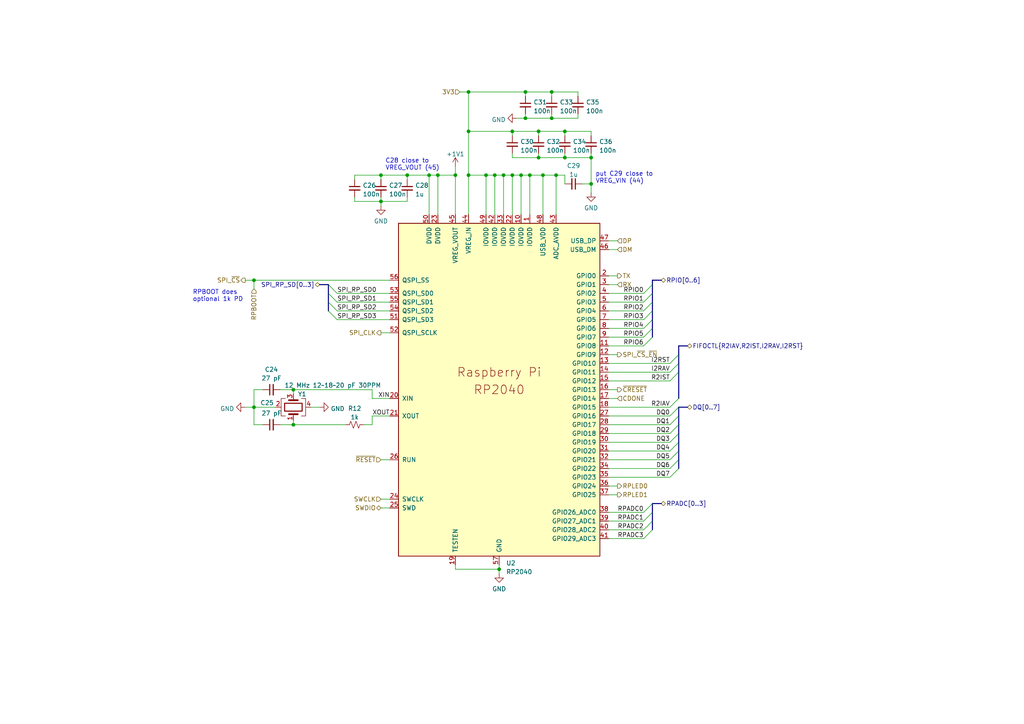
<source format=kicad_sch>
(kicad_sch (version 20211123) (generator eeschema)
  (paper "A4")
  (lib_symbols
    (symbol "Device:C_Small" (pin_numbers hide) (pin_names (offset 0.254) hide)
      (property "Reference" "C" (at 0.254 1.778 0))
      (property "Value" "C_Small" (at 0.254 -2.032 0))
      (symbol "C_Small_0_1"
        (polyline (pts (xy -1.524 -0.508) (xy 1.524 -0.508)) (stroke (width 0.3302)))
        (polyline (pts (xy -1.524 0.508) (xy 1.524 0.508)) (stroke (width 0.3048)))
      )
      (symbol "C_Small_1_1"
        (pin passive line (at 0 2.54 270) (length 2.032) (name "~") (number "1"))
        (pin passive line (at 0 -2.54 90) (length 2.032) (name "~") (number "2"))
      )
    )
    (symbol "Device:Crystal_GND24" (pin_names (offset 1.016) hide)
      (property "Reference" "Y" (at 3.175 5.08 0))
      (property "Value" "Crystal_GND24" (at 3.175 3.175 0))
      (symbol "Crystal_GND24_0_1"
        (rectangle (start -1.143 2.54) (end 1.143 -2.54) (stroke (width 0.3048)))
        (polyline (pts (xy -2.54 0) (xy -2.032 0)))
        (polyline (pts (xy -2.032 -1.27) (xy -2.032 1.27)) (stroke (width 0.508)))
        (polyline (pts (xy 0 -3.81) (xy 0 -3.556)))
        (polyline (pts (xy 0 3.556) (xy 0 3.81)))
        (polyline (pts (xy 2.032 -1.27) (xy 2.032 1.27)) (stroke (width 0.508)))
        (polyline (pts (xy 2.032 0) (xy 2.54 0)))
        (polyline (pts (xy -2.54 -2.286) (xy -2.54 -3.556) (xy 2.54 -3.556) (xy 2.54 -2.286)))
        (polyline (pts (xy -2.54 2.286) (xy -2.54 3.556) (xy 2.54 3.556) (xy 2.54 2.286)))
      )
      (symbol "Crystal_GND24_1_1"
        (pin passive line (at -3.81 0 0) (length 1.27) (name "1") (number "1"))
        (pin passive line (at 0 5.08 270) (length 1.27) (name "2") (number "2"))
        (pin passive line (at 3.81 0 180) (length 1.27) (name "3") (number "3"))
        (pin passive line (at 0 -5.08 90) (length 1.27) (name "4") (number "4"))
      )
    )
    (symbol "Device:R_Small_US" (pin_numbers hide) (pin_names (offset 0.254) hide)
      (property "Reference" "R" (at 0.762 0.508 0))
      (property "Value" "R_Small_US" (at 0.762 -1.016 0))
      (symbol "R_Small_US_1_1"
        (polyline (pts (xy 0 0) (xy 1.016 -0.381) (xy 0 -0.762) (xy -1.016 -1.143) (xy 0 -1.524)))
        (polyline (pts (xy 0 1.524) (xy 1.016 1.143) (xy 0 0.762) (xy -1.016 0.381) (xy 0 0)))
        (pin passive line (at 0 2.54 270) (length 1.016) (name "~") (number "1"))
        (pin passive line (at 0 -2.54 90) (length 1.016) (name "~") (number "2"))
      )
    )
    (symbol "MCU_RaspberryPi_and_Boards:RP2040" (pin_names (offset 1.016))
      (property "Reference" "U" (at -29.21 49.53 0))
      (property "Value" "RP2040" (at 24.13 -49.53 0))
      (symbol "RP2040_0_0"
        (text "Raspberry Pi" (at 0 5.08 0) (effects (font (size 2.54 2.54))))
        (text "RP2040" (at 0 0 0) (effects (font (size 2.54 2.54))))
      )
      (symbol "RP2040_0_1"
        (rectangle (start 29.21 48.26) (end -29.21 -48.26) (stroke (width 0.254)) (fill (type background)))
      )
      (symbol "RP2040_1_1"
        (pin power_in line (at 8.89 50.8 270) (length 2.54) (name "IOVDD") (number "1"))
        (pin power_in line (at 6.35 50.8 270) (length 2.54) (name "IOVDD") (number "10"))
        (pin bidirectional line (at 31.75 12.7 180) (length 2.54) (name "GPIO8") (number "11"))
        (pin bidirectional line (at 31.75 10.16 180) (length 2.54) (name "GPIO9") (number "12"))
        (pin bidirectional line (at 31.75 7.62 180) (length 2.54) (name "GPIO10") (number "13"))
        (pin bidirectional line (at 31.75 5.08 180) (length 2.54) (name "GPIO11") (number "14"))
        (pin bidirectional line (at 31.75 2.54 180) (length 2.54) (name "GPIO12") (number "15"))
        (pin bidirectional line (at 31.75 0 180) (length 2.54) (name "GPIO13") (number "16"))
        (pin bidirectional line (at 31.75 -2.54 180) (length 2.54) (name "GPIO14") (number "17"))
        (pin bidirectional line (at 31.75 -5.08 180) (length 2.54) (name "GPIO15") (number "18"))
        (pin passive line (at -12.7 -50.8 90) (length 2.54) (name "TESTEN") (number "19"))
        (pin bidirectional line (at 31.75 33.02 180) (length 2.54) (name "GPIO0") (number "2"))
        (pin input line (at -31.75 -2.54 0) (length 2.54) (name "XIN") (number "20"))
        (pin passive line (at -31.75 -7.62 0) (length 2.54) (name "XOUT") (number "21"))
        (pin power_in line (at 3.81 50.8 270) (length 2.54) (name "IOVDD") (number "22"))
        (pin power_in line (at -17.78 50.8 270) (length 2.54) (name "DVDD") (number "23"))
        (pin output line (at -31.75 -31.75 0) (length 2.54) (name "SWCLK") (number "24"))
        (pin bidirectional line (at -31.75 -34.29 0) (length 2.54) (name "SWD") (number "25"))
        (pin input line (at -31.75 -20.32 0) (length 2.54) (name "RUN") (number "26"))
        (pin bidirectional line (at 31.75 -7.62 180) (length 2.54) (name "GPIO16") (number "27"))
        (pin bidirectional line (at 31.75 -10.16 180) (length 2.54) (name "GPIO17") (number "28"))
        (pin bidirectional line (at 31.75 -12.7 180) (length 2.54) (name "GPIO18") (number "29"))
        (pin bidirectional line (at 31.75 30.48 180) (length 2.54) (name "GPIO1") (number "3"))
        (pin bidirectional line (at 31.75 -15.24 180) (length 2.54) (name "GPIO19") (number "30"))
        (pin bidirectional line (at 31.75 -17.78 180) (length 2.54) (name "GPIO20") (number "31"))
        (pin bidirectional line (at 31.75 -20.32 180) (length 2.54) (name "GPIO21") (number "32"))
        (pin power_in line (at 1.27 50.8 270) (length 2.54) (name "IOVDD") (number "33"))
        (pin bidirectional line (at 31.75 -22.86 180) (length 2.54) (name "GPIO22") (number "34"))
        (pin bidirectional line (at 31.75 -25.4 180) (length 2.54) (name "GPIO23") (number "35"))
        (pin bidirectional line (at 31.75 -27.94 180) (length 2.54) (name "GPIO24") (number "36"))
        (pin bidirectional line (at 31.75 -30.48 180) (length 2.54) (name "GPIO25") (number "37"))
        (pin bidirectional line (at 31.75 -35.56 180) (length 2.54) (name "GPIO26_ADC0") (number "38"))
        (pin bidirectional line (at 31.75 -38.1 180) (length 2.54) (name "GPIO27_ADC1") (number "39"))
        (pin bidirectional line (at 31.75 27.94 180) (length 2.54) (name "GPIO2") (number "4"))
        (pin bidirectional line (at 31.75 -40.64 180) (length 2.54) (name "GPIO28_ADC2") (number "40"))
        (pin bidirectional line (at 31.75 -43.18 180) (length 2.54) (name "GPIO29_ADC3") (number "41"))
        (pin power_in line (at -1.27 50.8 270) (length 2.54) (name "IOVDD") (number "42"))
        (pin power_in line (at 16.51 50.8 270) (length 2.54) (name "ADC_AVDD") (number "43"))
        (pin power_in line (at -8.89 50.8 270) (length 2.54) (name "VREG_IN") (number "44"))
        (pin power_out line (at -12.7 50.8 270) (length 2.54) (name "VREG_VOUT") (number "45"))
        (pin bidirectional line (at 31.75 40.64 180) (length 2.54) (name "USB_DM") (number "46"))
        (pin bidirectional line (at 31.75 43.18 180) (length 2.54) (name "USB_DP") (number "47"))
        (pin power_in line (at 12.7 50.8 270) (length 2.54) (name "USB_VDD") (number "48"))
        (pin power_in line (at -3.81 50.8 270) (length 2.54) (name "IOVDD") (number "49"))
        (pin bidirectional line (at 31.75 25.4 180) (length 2.54) (name "GPIO3") (number "5"))
        (pin power_in line (at -20.32 50.8 270) (length 2.54) (name "DVDD") (number "50"))
        (pin bidirectional line (at -31.75 20.32 0) (length 2.54) (name "QSPI_SD3") (number "51"))
        (pin output line (at -31.75 16.51 0) (length 2.54) (name "QSPI_SCLK") (number "52"))
        (pin bidirectional line (at -31.75 27.94 0) (length 2.54) (name "QSPI_SD0") (number "53"))
        (pin bidirectional line (at -31.75 22.86 0) (length 2.54) (name "QSPI_SD2") (number "54"))
        (pin bidirectional line (at -31.75 25.4 0) (length 2.54) (name "QSPI_SD1") (number "55"))
        (pin bidirectional line (at -31.75 31.75 0) (length 2.54) (name "QSPI_SS") (number "56"))
        (pin power_in line (at 0 -50.8 90) (length 2.54) (name "GND") (number "57"))
        (pin bidirectional line (at 31.75 22.86 180) (length 2.54) (name "GPIO4") (number "6"))
        (pin bidirectional line (at 31.75 20.32 180) (length 2.54) (name "GPIO5") (number "7"))
        (pin bidirectional line (at 31.75 17.78 180) (length 2.54) (name "GPIO6") (number "8"))
        (pin bidirectional line (at 31.75 15.24 180) (length 2.54) (name "GPIO7") (number "9"))
      )
    )
    (symbol "power:+1V1" (power) (pin_names (offset 0))
      (property "Value" "+1V1" (at 0 3.556 0))
      (symbol "+1V1_0_1"
        (polyline (pts (xy -0.762 1.27) (xy 0 2.54)))
        (polyline (pts (xy 0 0) (xy 0 2.54)))
        (polyline (pts (xy 0 2.54) (xy 0.762 1.27)))
      )
      (symbol "+1V1_1_1"
        (pin power_in line (at 0 0 90) (length 0) hide (name "+1V1") (number "1"))
      )
    )
    (symbol "power:GND" (power) (pin_names (offset 0))
      (property "Value" "GND" (at 0 -3.81 0))
      (symbol "GND_0_1"
        (polyline (pts (xy 0 0) (xy 0 -1.27) (xy 1.27 -1.27) (xy 0 -2.54) (xy -1.27 -1.27) (xy 0 -1.27)))
      )
      (symbol "GND_1_1"
        (pin power_in line (at 0 0 270) (length 0) hide (name "GND") (number "1"))
      )
    )
  )
  (junction (at 73.66 118.11))
  (junction (at 156.21 45.72))
  (junction (at 151.13 50.8))
  (junction (at 127 50.8))
  (junction (at 153.67 50.8))
  (junction (at 110.49 50.8))
  (junction (at 160.02 26.67))
  (junction (at 140.97 50.8))
  (junction (at 152.4 34.29))
  (junction (at 132.08 50.8))
  (junction (at 171.45 45.72))
  (junction (at 135.89 26.67))
  (junction (at 148.59 50.8))
  (junction (at 143.51 50.8))
  (junction (at 144.78 165.1))
  (junction (at 124.46 50.8))
  (junction (at 163.83 45.72))
  (junction (at 163.83 38.1))
  (junction (at 118.11 50.8))
  (junction (at 156.21 38.1))
  (junction (at 152.4 26.67))
  (junction (at 110.49 58.42))
  (junction (at 85.09 123.19))
  (junction (at 73.66 81.28))
  (junction (at 160.02 34.29))
  (junction (at 148.59 38.1))
  (junction (at 135.89 38.1))
  (junction (at 146.05 50.8))
  (junction (at 171.45 53.34))
  (junction (at 157.48 50.8))
  (junction (at 85.09 113.03))
  (junction (at 135.89 50.8))
  (junction (at 161.29 50.8))
  (bus_entry (at 186.69 148.59) (size 2.54 -2.54))
  (bus_entry (at 186.69 153.67) (size 2.54 -2.54))
  (bus_entry (at 186.69 97.79) (size 2.54 -2.54))
  (bus_entry (at 186.69 156.21) (size 2.54 -2.54))
  (bus_entry (at 194.31 118.11) (size 2.54 -2.54))
  (bus_entry (at 194.31 110.49) (size 2.54 -2.54))
  (bus_entry (at 194.31 107.95) (size 2.54 -2.54))
  (bus_entry (at 194.31 105.41) (size 2.54 -2.54))
  (bus_entry (at 186.69 85.09) (size 2.54 -2.54))
  (bus_entry (at 95.25 82.55) (size 2.54 2.54))
  (bus_entry (at 95.25 87.63) (size 2.54 2.54))
  (bus_entry (at 95.25 85.09) (size 2.54 2.54))
  (bus_entry (at 95.25 90.17) (size 2.54 2.54))
  (bus_entry (at 186.69 151.13) (size 2.54 -2.54))
  (bus_entry (at 186.69 87.63) (size 2.54 -2.54))
  (bus_entry (at 194.31 128.27) (size 2.54 -2.54))
  (bus_entry (at 194.31 125.73) (size 2.54 -2.54))
  (bus_entry (at 194.31 120.65) (size 2.54 -2.54))
  (bus_entry (at 194.31 123.19) (size 2.54 -2.54))
  (bus_entry (at 194.31 135.89) (size 2.54 -2.54))
  (bus_entry (at 194.31 138.43) (size 2.54 -2.54))
  (bus_entry (at 194.31 133.35) (size 2.54 -2.54))
  (bus_entry (at 194.31 130.81) (size 2.54 -2.54))
  (bus_entry (at 186.69 90.17) (size 2.54 -2.54))
  (bus_entry (at 186.69 95.25) (size 2.54 -2.54))
  (bus_entry (at 186.69 92.71) (size 2.54 -2.54))
  (bus_entry (at 186.69 100.33) (size 2.54 -2.54))
  (bus (pts (xy 189.23 97.79) (xy 189.23 95.25)))
  (wire (pts (xy 176.53 110.49) (xy 194.31 110.49)))
  (wire (pts (xy 176.53 100.33) (xy 186.69 100.33)))
  (wire (pts (xy 176.53 87.63) (xy 186.69 87.63)))
  (wire (pts (xy 97.79 90.17) (xy 113.03 90.17)))
  (bus (pts (xy 189.23 85.09) (xy 189.23 82.55)))
  (wire (pts (xy 76.2 113.03) (xy 73.66 113.03)))
  (wire (pts (xy 71.12 81.28) (xy 73.66 81.28)))
  (bus (pts (xy 196.85 128.27) (xy 196.85 125.73)))
  (wire (pts (xy 176.53 92.71) (xy 186.69 92.71)))
  (wire (pts (xy 144.78 163.83) (xy 144.78 165.1)))
  (wire (pts (xy 110.49 147.32) (xy 113.03 147.32)))
  (wire (pts (xy 176.53 80.01) (xy 179.07 80.01)))
  (wire (pts (xy 152.4 26.67) (xy 135.89 26.67)))
  (wire (pts (xy 163.83 50.8) (xy 161.29 50.8)))
  (wire (pts (xy 176.53 105.41) (xy 194.31 105.41)))
  (wire (pts (xy 118.11 52.07) (xy 118.11 50.8)))
  (wire (pts (xy 110.49 50.8) (xy 110.49 52.07)))
  (bus (pts (xy 189.23 87.63) (xy 189.23 85.09)))
  (wire (pts (xy 163.83 45.72) (xy 171.45 45.72)))
  (bus (pts (xy 189.23 95.25) (xy 189.23 92.71)))
  (wire (pts (xy 156.21 45.72) (xy 163.83 45.72)))
  (wire (pts (xy 110.49 133.35) (xy 113.03 133.35)))
  (wire (pts (xy 176.53 102.87) (xy 179.07 102.87)))
  (wire (pts (xy 110.49 57.15) (xy 110.49 58.42)))
  (bus (pts (xy 189.23 92.71) (xy 189.23 90.17)))
  (wire (pts (xy 110.49 58.42) (xy 118.11 58.42)))
  (wire (pts (xy 156.21 38.1) (xy 163.83 38.1)))
  (wire (pts (xy 143.51 50.8) (xy 143.51 62.23)))
  (wire (pts (xy 176.53 72.39) (xy 179.07 72.39)))
  (wire (pts (xy 132.08 165.1) (xy 144.78 165.1)))
  (wire (pts (xy 144.78 165.1) (xy 144.78 166.37)))
  (wire (pts (xy 90.17 118.11) (xy 92.71 118.11)))
  (bus (pts (xy 189.23 81.28) (xy 189.23 82.55)))
  (wire (pts (xy 152.4 33.02) (xy 152.4 34.29)))
  (wire (pts (xy 176.53 143.51) (xy 179.07 143.51)))
  (wire (pts (xy 97.79 92.71) (xy 113.03 92.71)))
  (wire (pts (xy 110.49 96.52) (xy 113.03 96.52)))
  (wire (pts (xy 140.97 50.8) (xy 140.97 62.23)))
  (bus (pts (xy 196.85 125.73) (xy 196.85 123.19)))
  (wire (pts (xy 127 50.8) (xy 132.08 50.8)))
  (wire (pts (xy 176.53 130.81) (xy 194.31 130.81)))
  (bus (pts (xy 196.85 120.65) (xy 196.85 118.11)))
  (wire (pts (xy 135.89 38.1) (xy 135.89 50.8)))
  (wire (pts (xy 85.09 123.19) (xy 100.33 123.19)))
  (wire (pts (xy 163.83 53.34) (xy 163.83 50.8)))
  (wire (pts (xy 176.53 140.97) (xy 179.07 140.97)))
  (wire (pts (xy 171.45 38.1) (xy 171.45 39.37)))
  (wire (pts (xy 102.87 50.8) (xy 110.49 50.8)))
  (bus (pts (xy 196.85 102.87) (xy 196.85 105.41)))
  (wire (pts (xy 160.02 34.29) (xy 167.64 34.29)))
  (bus (pts (xy 189.23 146.05) (xy 191.77 146.05)))
  (bus (pts (xy 95.25 85.09) (xy 95.25 82.55)))
  (wire (pts (xy 107.95 120.65) (xy 113.03 120.65)))
  (bus (pts (xy 196.85 118.11) (xy 199.39 118.11)))
  (wire (pts (xy 168.91 53.34) (xy 171.45 53.34)))
  (wire (pts (xy 176.53 90.17) (xy 186.69 90.17)))
  (bus (pts (xy 189.23 148.59) (xy 189.23 151.13)))
  (wire (pts (xy 163.83 44.45) (xy 163.83 45.72)))
  (wire (pts (xy 148.59 38.1) (xy 135.89 38.1)))
  (wire (pts (xy 146.05 50.8) (xy 148.59 50.8)))
  (wire (pts (xy 73.66 81.28) (xy 113.03 81.28)))
  (wire (pts (xy 73.66 118.11) (xy 71.12 118.11)))
  (wire (pts (xy 110.49 58.42) (xy 110.49 59.69)))
  (bus (pts (xy 196.85 100.33) (xy 196.85 102.87)))
  (wire (pts (xy 157.48 50.8) (xy 161.29 50.8)))
  (wire (pts (xy 148.59 50.8) (xy 148.59 62.23)))
  (wire (pts (xy 73.66 123.19) (xy 76.2 123.19)))
  (wire (pts (xy 73.66 113.03) (xy 73.66 118.11)))
  (wire (pts (xy 171.45 45.72) (xy 171.45 53.34)))
  (wire (pts (xy 156.21 44.45) (xy 156.21 45.72)))
  (wire (pts (xy 152.4 34.29) (xy 160.02 34.29)))
  (wire (pts (xy 176.53 138.43) (xy 194.31 138.43)))
  (wire (pts (xy 133.35 26.67) (xy 135.89 26.67)))
  (wire (pts (xy 151.13 50.8) (xy 151.13 62.23)))
  (wire (pts (xy 135.89 26.67) (xy 135.89 38.1)))
  (wire (pts (xy 118.11 57.15) (xy 118.11 58.42)))
  (wire (pts (xy 153.67 50.8) (xy 157.48 50.8)))
  (bus (pts (xy 189.23 146.05) (xy 189.23 148.59)))
  (wire (pts (xy 148.59 39.37) (xy 148.59 38.1)))
  (wire (pts (xy 176.53 151.13) (xy 186.69 151.13)))
  (wire (pts (xy 176.53 69.85) (xy 179.07 69.85)))
  (wire (pts (xy 176.53 113.03) (xy 179.07 113.03)))
  (wire (pts (xy 167.64 34.29) (xy 167.64 33.02)))
  (wire (pts (xy 148.59 50.8) (xy 151.13 50.8)))
  (wire (pts (xy 80.01 118.11) (xy 73.66 118.11)))
  (wire (pts (xy 156.21 38.1) (xy 156.21 39.37)))
  (wire (pts (xy 124.46 50.8) (xy 124.46 62.23)))
  (wire (pts (xy 176.53 125.73) (xy 194.31 125.73)))
  (wire (pts (xy 81.28 113.03) (xy 85.09 113.03)))
  (wire (pts (xy 110.49 50.8) (xy 118.11 50.8)))
  (wire (pts (xy 176.53 135.89) (xy 194.31 135.89)))
  (wire (pts (xy 97.79 85.09) (xy 113.03 85.09)))
  (bus (pts (xy 92.71 82.55) (xy 95.25 82.55)))
  (wire (pts (xy 85.09 113.03) (xy 107.95 113.03)))
  (wire (pts (xy 85.09 121.92) (xy 85.09 123.19)))
  (wire (pts (xy 176.53 115.57) (xy 179.07 115.57)))
  (wire (pts (xy 81.28 123.19) (xy 85.09 123.19)))
  (wire (pts (xy 148.59 45.72) (xy 156.21 45.72)))
  (wire (pts (xy 160.02 26.67) (xy 160.02 27.94)))
  (wire (pts (xy 160.02 33.02) (xy 160.02 34.29)))
  (wire (pts (xy 176.53 118.11) (xy 194.31 118.11)))
  (wire (pts (xy 127 50.8) (xy 127 62.23)))
  (bus (pts (xy 196.85 130.81) (xy 196.85 128.27)))
  (wire (pts (xy 135.89 62.23) (xy 135.89 50.8)))
  (bus (pts (xy 196.85 123.19) (xy 196.85 120.65)))
  (wire (pts (xy 176.53 133.35) (xy 194.31 133.35)))
  (wire (pts (xy 176.53 148.59) (xy 186.69 148.59)))
  (wire (pts (xy 107.95 113.03) (xy 107.95 115.57)))
  (wire (pts (xy 140.97 50.8) (xy 143.51 50.8)))
  (wire (pts (xy 153.67 50.8) (xy 153.67 62.23)))
  (bus (pts (xy 189.23 90.17) (xy 189.23 87.63)))
  (wire (pts (xy 148.59 38.1) (xy 156.21 38.1)))
  (wire (pts (xy 143.51 50.8) (xy 146.05 50.8)))
  (bus (pts (xy 95.25 90.17) (xy 95.25 87.63)))
  (wire (pts (xy 163.83 38.1) (xy 163.83 39.37)))
  (wire (pts (xy 176.53 97.79) (xy 186.69 97.79)))
  (wire (pts (xy 152.4 26.67) (xy 160.02 26.67)))
  (wire (pts (xy 176.53 107.95) (xy 194.31 107.95)))
  (bus (pts (xy 196.85 107.95) (xy 196.85 115.57)))
  (wire (pts (xy 149.86 34.29) (xy 152.4 34.29)))
  (wire (pts (xy 160.02 26.67) (xy 167.64 26.67)))
  (wire (pts (xy 151.13 50.8) (xy 153.67 50.8)))
  (wire (pts (xy 171.45 53.34) (xy 171.45 55.88)))
  (wire (pts (xy 132.08 50.8) (xy 132.08 62.23)))
  (wire (pts (xy 97.79 87.63) (xy 113.03 87.63)))
  (wire (pts (xy 107.95 115.57) (xy 113.03 115.57)))
  (wire (pts (xy 73.66 81.28) (xy 73.66 83.82)))
  (wire (pts (xy 102.87 52.07) (xy 102.87 50.8)))
  (wire (pts (xy 167.64 26.67) (xy 167.64 27.94)))
  (wire (pts (xy 176.53 95.25) (xy 186.69 95.25)))
  (wire (pts (xy 73.66 118.11) (xy 73.66 123.19)))
  (wire (pts (xy 107.95 123.19) (xy 107.95 120.65)))
  (wire (pts (xy 132.08 48.26) (xy 132.08 50.8)))
  (bus (pts (xy 196.85 135.89) (xy 196.85 133.35)))
  (wire (pts (xy 135.89 50.8) (xy 140.97 50.8)))
  (wire (pts (xy 176.53 82.55) (xy 179.07 82.55)))
  (wire (pts (xy 105.41 123.19) (xy 107.95 123.19)))
  (wire (pts (xy 132.08 163.83) (xy 132.08 165.1)))
  (wire (pts (xy 124.46 50.8) (xy 127 50.8)))
  (bus (pts (xy 196.85 133.35) (xy 196.85 130.81)))
  (bus (pts (xy 189.23 81.28) (xy 191.77 81.28)))
  (wire (pts (xy 176.53 120.65) (xy 194.31 120.65)))
  (wire (pts (xy 102.87 57.15) (xy 102.87 58.42)))
  (wire (pts (xy 161.29 50.8) (xy 161.29 62.23)))
  (bus (pts (xy 189.23 151.13) (xy 189.23 153.67)))
  (wire (pts (xy 157.48 50.8) (xy 157.48 62.23)))
  (bus (pts (xy 196.85 100.33) (xy 199.39 100.33)))
  (wire (pts (xy 146.05 50.8) (xy 146.05 62.23)))
  (wire (pts (xy 163.83 38.1) (xy 171.45 38.1)))
  (wire (pts (xy 176.53 128.27) (xy 194.31 128.27)))
  (wire (pts (xy 176.53 156.21) (xy 186.69 156.21)))
  (wire (pts (xy 152.4 27.94) (xy 152.4 26.67)))
  (wire (pts (xy 171.45 44.45) (xy 171.45 45.72)))
  (wire (pts (xy 110.49 144.78) (xy 113.03 144.78)))
  (wire (pts (xy 148.59 44.45) (xy 148.59 45.72)))
  (wire (pts (xy 102.87 58.42) (xy 110.49 58.42)))
  (wire (pts (xy 176.53 123.19) (xy 194.31 123.19)))
  (bus (pts (xy 196.85 105.41) (xy 196.85 107.95)))
  (wire (pts (xy 85.09 114.3) (xy 85.09 113.03)))
  (wire (pts (xy 176.53 153.67) (xy 186.69 153.67)))
  (wire (pts (xy 118.11 50.8) (xy 124.46 50.8)))
  (bus (pts (xy 95.25 87.63) (xy 95.25 85.09)))
  (wire (pts (xy 176.53 85.09) (xy 186.69 85.09)))
  (text "RPBOOT does\noptional 1k PD" (at 55.88 87.63 0) (effects (font (size 1.27 1.27)) (justify left bottom)))
  (text "C28 close to\nVREG_VOUT (45)" (at 111.76 49.53 0) (effects (font (size 1.27 1.27)) (justify left bottom)))
  (text "put C29 close to\nVREG_VIN (44)" (at 172.72 53.34 0) (effects (font (size 1.27 1.27)) (justify left bottom)))
  (label "I2RST" (at 194.31 105.41 180))
  (label "DQ1" (at 194.31 123.19 180))
  (label "R2IAV" (at 194.31 118.11 180))
  (label "XIN" (at 113.03 115.57 180))
  (label "RPADC2" (at 186.69 153.67 180))
  (label "SPI_RP_SD2" (at 97.79 90.17 0))
  (label "XOUT" (at 113.03 120.65 180))
  (label "RPIO4" (at 186.69 95.25 180))
  (label "DQ5" (at 194.31 133.35 180))
  (label "DQ7" (at 194.31 138.43 180))
  (label "RPIO0" (at 186.69 85.09 180))
  (label "DQ6" (at 194.31 135.89 180))
  (label "SPI_RP_SD0" (at 97.79 85.09 0))
  (label "DQ2" (at 194.31 125.73 180))
  (label "DQ4" (at 194.31 130.81 180))
  (label "DQ3" (at 194.31 128.27 180))
  (label "RPADC0" (at 186.69 148.59 180))
  (label "SPI_RP_SD3" (at 97.79 92.71 0))
  (label "R2IST" (at 194.31 110.49 180))
  (label "RPIO2" (at 186.69 90.17 180))
  (label "RPIO1" (at 186.69 87.63 180))
  (label "RPADC1" (at 186.69 151.13 180))
  (label "RPIO6" (at 186.69 100.33 180))
  (label "RPADC3" (at 186.69 156.21 180))
  (label "I2RAV" (at 194.31 107.95 180))
  (label "DQ0" (at 194.31 120.65 180))
  (label "SPI_RP_SD1" (at 97.79 87.63 0))
  (label "RPIO3" (at 186.69 92.71 180))
  (label "RPIO5" (at 186.69 97.79 180))
  (hierarchical_label "DM" (shape input) (at 179.07 72.39 0))
  (hierarchical_label "SPI_~{CS}" (shape output) (at 71.12 81.28 180))
  (hierarchical_label "~{CRESET}" (shape output) (at 179.07 113.03 0))
  (hierarchical_label "RPLED0" (shape output) (at 179.07 140.97 0))
  (hierarchical_label "SWCLK" (shape input) (at 110.49 144.78 180))
  (hierarchical_label "RPLED1" (shape output) (at 179.07 143.51 0))
  (hierarchical_label "SPI_RP_SD[0..3]" (shape bidirectional) (at 92.71 82.55 180))
  (hierarchical_label "SWDIO" (shape bidirectional) (at 110.49 147.32 180))
  (hierarchical_label "RPIO[0..6]" (shape bidirectional) (at 191.77 81.28 0))
  (hierarchical_label "SPI_~{CS}_~{EN}" (shape output) (at 179.07 102.87 0))
  (hierarchical_label "~{RESET}" (shape input) (at 110.49 133.35 180))
  (hierarchical_label "RPBOOT" (shape input) (at 73.66 83.82 270))
  (hierarchical_label "RPADC[0..3]" (shape bidirectional) (at 191.77 146.05 0))
  (hierarchical_label "3V3" (shape input) (at 133.35 26.67 180))
  (hierarchical_label "DQ[0..7]" (shape bidirectional) (at 199.39 118.11 0))
  (hierarchical_label "RX" (shape input) (at 179.07 82.55 0))
  (hierarchical_label "FIFOCTL{R2IAV,R2IST,I2RAV,I2RST}" (shape bidirectional) (at 199.39 100.33 0))
  (hierarchical_label "CDONE" (shape input) (at 179.07 115.57 0))
  (hierarchical_label "TX" (shape output) (at 179.07 80.01 0))
  (hierarchical_label "DP" (shape input) (at 179.07 69.85 0))
  (hierarchical_label "SPI_CLK" (shape output) (at 110.49 96.52 180))
  (symbol (lib_id "Device:C_Small") (at 156.21 41.91 0) (unit 1)
    (property "Reference" "C32" (at 158.5341 41.0816 0) (effects (justify left)))
    (property "Value" "100n" (at 158.5341 43.6185 0) (effects (justify left)))
    (property "Footprint" "Capacitor_SMD:C_0603_1608Metric" (effects hide))
  )
  (symbol (lib_id "Device:C_Small") (at 118.11 54.61 0) (unit 1)
    (property "Reference" "C28" (at 120.4341 53.7816 0) (effects (justify left)))
    (property "Value" "1u" (at 120.4341 56.3185 0) (effects (justify left)))
    (property "Footprint" "Capacitor_SMD:C_0603_1608Metric" (effects hide))
  )
  (symbol (lib_id "Device:C_Small") (at 102.87 54.61 0) (unit 1)
    (property "Reference" "C26" (at 105.1941 53.7816 0) (effects (justify left)))
    (property "Value" "100n" (at 105.1941 56.3185 0) (effects (justify left)))
    (property "Footprint" "Capacitor_SMD:C_0603_1608Metric" (effects hide))
  )
  (symbol (lib_id "power:+1V1") (at 132.08 48.26 0) (unit 1)
    (property "Reference" "#PWR043" (effects hide))
    (property "Value" "+1V1" (at 132.08 44.6842 0))
  )
  (symbol (lib_id "power:GND") (at 144.78 166.37 0) (unit 1)
    (property "Reference" "#PWR029" (effects hide))
    (property "Value" "GND" (at 144.78 170.8134 0))
  )
  (symbol (lib_id "Device:C_Small") (at 148.59 41.91 0) (unit 1)
    (property "Reference" "C30" (at 150.9141 41.0816 0) (effects (justify left)))
    (property "Value" "100n" (at 150.9141 43.6185 0) (effects (justify left)))
    (property "Footprint" "Capacitor_SMD:C_0603_1608Metric" (effects hide))
  )
  (symbol (lib_id "Device:C_Small") (at 163.83 41.91 0) (unit 1)
    (property "Reference" "C34" (at 166.1541 41.0816 0) (effects (justify left)))
    (property "Value" "100n" (at 166.1541 43.6185 0) (effects (justify left)))
    (property "Footprint" "Capacitor_SMD:C_0603_1608Metric" (effects hide))
  )
  (symbol (lib_id "Device:C_Small") (at 78.74 113.03 90) (unit 1)
    (property "Reference" "C24" (at 78.74 107.1712 90))
    (property "Value" "27 pF" (at 78.74 109.7081 90))
    (property "Footprint" "Resistor_SMD:R_0402_1005Metric" (effects hide))
  )
  (symbol (lib_id "power:GND") (at 149.86 34.29 270) (unit 1)
    (property "Reference" "#PWR045" (effects hide))
    (property "Value" "GND" (at 146.6851 34.7238 90) (effects (justify right)))
  )
  (symbol (lib_id "power:GND") (at 92.71 118.11 90) (unit 1)
    (property "Reference" "#PWR040" (effects hide))
    (property "Value" "GND" (at 95.885 118.5438 90) (effects (justify right)))
  )
  (symbol (lib_id "MCU_RaspberryPi_and_Boards:RP2040") (at 144.78 113.03 0) (unit 1)
    (property "Reference" "U2" (at 146.7994 163.3204 0) (effects (justify left)))
    (property "Value" "RP2040" (at 146.7994 165.8573 0) (effects (justify left)))
    (property "Footprint" "MCU_RaspberryPi_and_Boards:RP2040-QFN-56" (effects hide))
  )
  (symbol (lib_id "Device:C_Small") (at 171.45 41.91 0) (unit 1)
    (property "Reference" "C36" (at 173.7741 41.0816 0) (effects (justify left)))
    (property "Value" "100n" (at 173.7741 43.6185 0) (effects (justify left)))
    (property "Footprint" "Capacitor_SMD:C_0603_1608Metric" (effects hide))
  )
  (symbol (lib_id "power:GND") (at 71.12 118.11 270) (mirror x) (unit 1)
    (property "Reference" "#PWR039" (effects hide))
    (property "Value" "GND" (at 67.945 118.5438 90) (effects (justify right)))
  )
  (symbol (lib_id "Device:C_Small") (at 166.37 53.34 270) (unit 1)
    (property "Reference" "C29" (at 166.3636 48.0781 90))
    (property "Value" "1u" (at 166.3636 50.615 90))
    (property "Footprint" "Capacitor_SMD:C_0603_1608Metric" (effects hide))
  )
  (symbol (lib_id "Device:C_Small") (at 78.74 123.19 90) (unit 1)
    (property "Reference" "C25" (at 77.47 116.84 90))
    (property "Value" "27 pF" (at 78.74 119.8681 90))
    (property "Footprint" "Resistor_SMD:R_0402_1005Metric" (effects hide))
  )
  (symbol (lib_id "Device:C_Small") (at 110.49 54.61 0) (unit 1)
    (property "Reference" "C27" (at 112.8141 53.7816 0) (effects (justify left)))
    (property "Value" "100n" (at 112.8141 56.3185 0) (effects (justify left)))
    (property "Footprint" "Capacitor_SMD:C_0603_1608Metric" (effects hide))
  )
  (symbol (lib_id "Device:Crystal_GND24") (at 85.09 118.11 90) (unit 1)
    (property "Reference" "Y1" (at 87.63 114.3 90))
    (property "Value" "12 MHz 12~18~20 pF 30PPM" (at 96.52 111.76 90))
    (property "Footprint" "Crystal:Crystal_SMD_3225-4Pin_3.2x2.5mm_HandSoldering" (effects hide))
  )
  (symbol (lib_id "Device:R_Small_US") (at 102.87 123.19 90) (unit 1)
    (property "Reference" "R12" (at 102.87 118.4742 90))
    (property "Value" "1k" (at 102.87 121.0111 90))
    (property "Footprint" "Resistor_SMD:R_0402_1005Metric" (effects hide))
  )
  (symbol (lib_id "Device:C_Small") (at 152.4 30.48 0) (unit 1)
    (property "Reference" "C31" (at 154.7241 29.6516 0) (effects (justify left)))
    (property "Value" "100n" (at 154.7241 32.1885 0) (effects (justify left)))
    (property "Footprint" "Capacitor_SMD:C_0603_1608Metric" (effects hide))
  )
  (symbol (lib_id "power:GND") (at 110.49 59.69 0) (unit 1)
    (property "Reference" "#PWR042" (effects hide))
    (property "Value" "GND" (at 110.49 64.1334 0))
  )
  (symbol (lib_id "Device:C_Small") (at 160.02 30.48 0) (unit 1)
    (property "Reference" "C33" (at 162.3441 29.6516 0) (effects (justify left)))
    (property "Value" "100n" (at 162.3441 32.1885 0) (effects (justify left)))
    (property "Footprint" "Capacitor_SMD:C_0603_1608Metric" (effects hide))
  )
  (symbol (lib_id "power:GND") (at 171.45 55.88 0) (unit 1)
    (property "Reference" "#PWR046" (effects hide))
    (property "Value" "GND" (at 171.45 60.3234 0))
  )
  (symbol (lib_id "Device:C_Small") (at 167.64 30.48 0) (unit 1)
    (property "Reference" "C35" (at 169.9641 29.6516 0) (effects (justify left)))
    (property "Value" "100n" (at 169.9641 32.1885 0) (effects (justify left)))
    (property "Footprint" "Capacitor_SMD:C_0603_1608Metric" (effects hide))
  )
)
</source>
